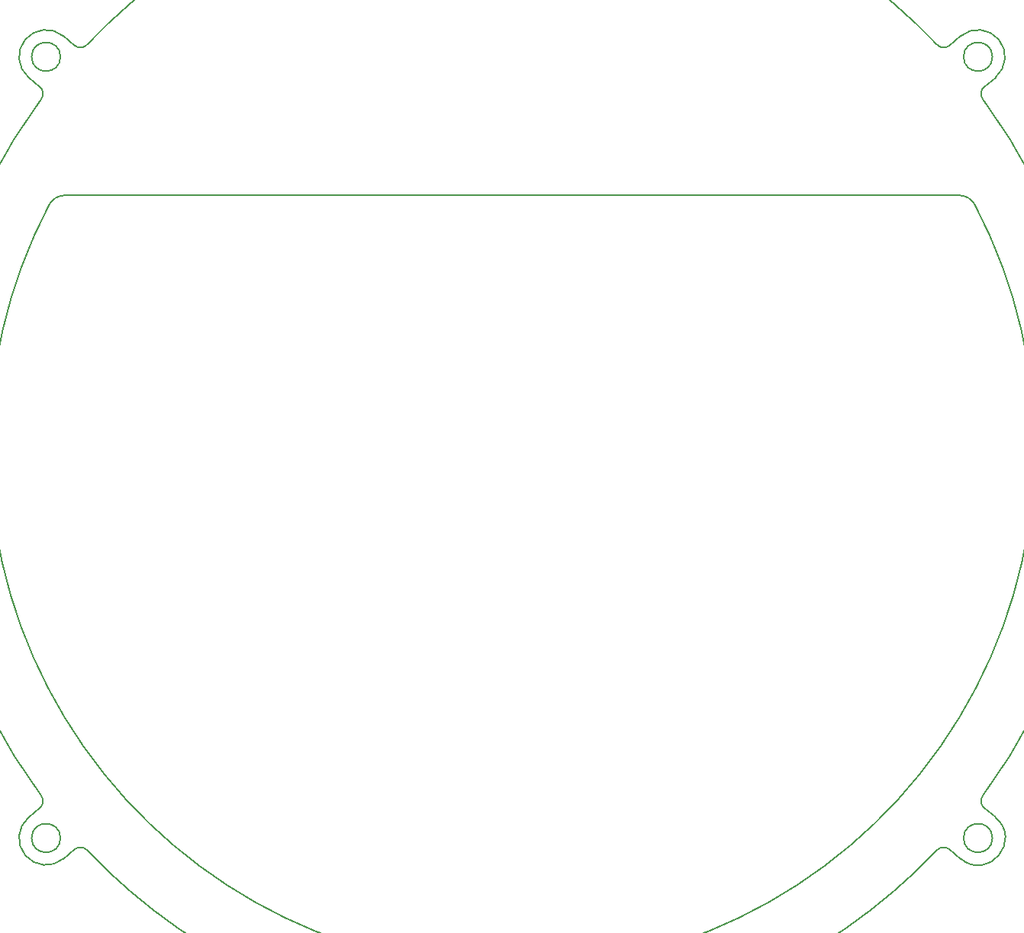
<source format=gbr>
%TF.GenerationSoftware,KiCad,Pcbnew,(6.0.11)*%
%TF.CreationDate,2023-10-13T17:08:53+09:00*%
%TF.ProjectId,engel_line_board,656e6765-6c5f-46c6-996e-655f626f6172,rev?*%
%TF.SameCoordinates,Original*%
%TF.FileFunction,Profile,NP*%
%FSLAX46Y46*%
G04 Gerber Fmt 4.6, Leading zero omitted, Abs format (unit mm)*
G04 Created by KiCad (PCBNEW (6.0.11)) date 2023-10-13 17:08:53*
%MOMM*%
%LPD*%
G01*
G04 APERTURE LIST*
%TA.AperFunction,Profile*%
%ADD10C,0.200000*%
%TD*%
G04 APERTURE END LIST*
D10*
X207173525Y-135266620D02*
G75*
G03*
X207334357Y-136627864I803575J-595180D01*
G01*
X102706490Y-57893389D02*
G75*
G03*
X102545644Y-56532136I-803490J595189D01*
G01*
X102706449Y-57893359D02*
G75*
G03*
X102706449Y-135266640I52233551J-38686641D01*
G01*
X102545632Y-136627851D02*
G75*
G03*
X102706449Y-135266640I-642832J766051D01*
G01*
X106402326Y-51935921D02*
G75*
G03*
X107770836Y-51857858I642774J766221D01*
G01*
X101303638Y-55489969D02*
X102545644Y-56532136D01*
X105341613Y-68580011D02*
G75*
G03*
X103570242Y-69651428I-13J-1999989D01*
G01*
X104832000Y-53191836D02*
G75*
G03*
X104832000Y-53191836I-1600000J0D01*
G01*
X204719638Y-50893704D02*
X203477631Y-51935870D01*
X202109164Y-51857858D02*
G75*
G03*
X107770836Y-51857858I-47169164J-44722142D01*
G01*
X106402369Y-51935870D02*
X105160362Y-50893704D01*
X104832000Y-139968164D02*
G75*
G03*
X104832000Y-139968164I-1600000J0D01*
G01*
X107770835Y-141302141D02*
G75*
G03*
X202109165Y-141302141I47169165J44722142D01*
G01*
X206309768Y-69651423D02*
G75*
G03*
X204538387Y-68580000I-1771368J-928577D01*
G01*
X102545643Y-136627864D02*
X101303638Y-137670031D01*
X204719642Y-142266292D02*
G75*
G03*
X208576362Y-137670031I1928358J2298132D01*
G01*
X101303674Y-137670074D02*
G75*
G03*
X105160362Y-142266296I1928326J-2298126D01*
G01*
X207334378Y-56532162D02*
G75*
G03*
X207173551Y-57893359I642722J-766038D01*
G01*
X208576362Y-137670031D02*
X207334357Y-136627864D01*
X203477592Y-141224178D02*
G75*
G03*
X202109165Y-141302141I-642792J-766022D01*
G01*
X202109120Y-51857900D02*
G75*
G03*
X203477631Y-51935870I725680J688100D01*
G01*
X203477632Y-141224130D02*
X204719638Y-142266296D01*
X207334356Y-56532136D02*
X208576362Y-55489969D01*
X208576326Y-55489926D02*
G75*
G03*
X204719638Y-50893704I-1928326J2298126D01*
G01*
X105160362Y-142266296D02*
X106402368Y-141224130D01*
X105160398Y-50893661D02*
G75*
G03*
X101303638Y-55489969I-1928398J-2298139D01*
G01*
X208248000Y-53191836D02*
G75*
G03*
X208248000Y-53191836I-1600000J0D01*
G01*
X207173551Y-135266640D02*
G75*
G03*
X207173551Y-57893359I-52233551J38686640D01*
G01*
X208248000Y-139968164D02*
G75*
G03*
X208248000Y-139968164I-1600000J0D01*
G01*
X107770875Y-141302103D02*
G75*
G03*
X106402368Y-141224130I-725675J-687997D01*
G01*
X204538387Y-68580000D02*
X105341613Y-68580000D01*
X103570242Y-69651428D02*
G75*
G03*
X206309758Y-69651428I51369758J-26928572D01*
G01*
M02*

</source>
